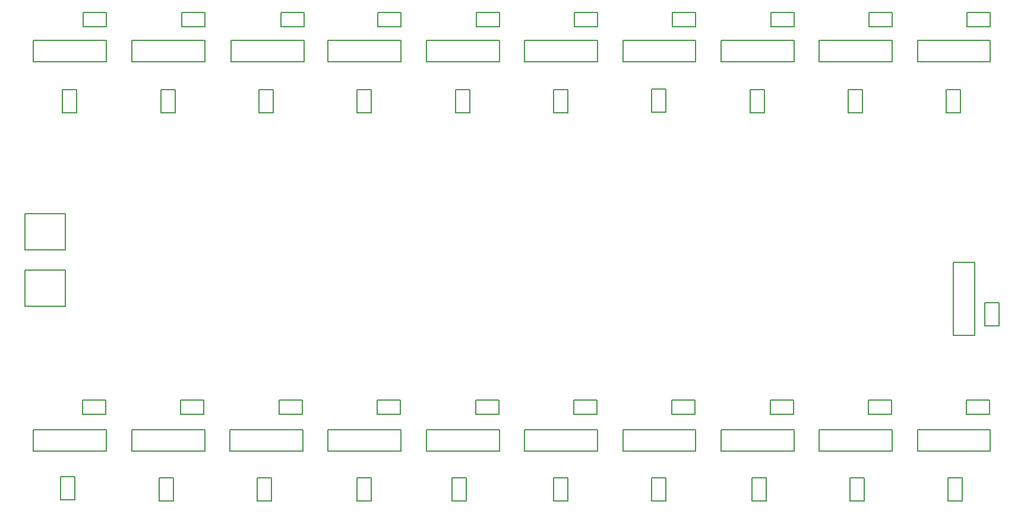
<source format=gm1>
G04*
G04 #@! TF.GenerationSoftware,Altium Limited,Altium Designer,20.0.1 (14)*
G04*
G04 Layer_Color=16711935*
%FSLAX44Y44*%
%MOMM*%
G71*
G01*
G75*
%ADD10C,0.2000*%
D10*
X61000Y846500D02*
Y898500D01*
X4000D02*
X61000D01*
X4000Y846500D02*
X61000D01*
X4000D02*
Y898500D01*
Y766300D02*
Y818300D01*
Y766300D02*
X61000D01*
X4000Y818300D02*
X61000D01*
Y766300D02*
Y818300D01*
X1380000Y1114760D02*
Y1145240D01*
X1276000D02*
X1380000D01*
X1276000Y1114760D02*
Y1145240D01*
Y1114760D02*
X1380000D01*
X1357740Y724600D02*
Y828600D01*
X1327260D02*
X1357740D01*
X1327260Y724600D02*
Y828600D01*
Y724600D02*
X1357740D01*
X1240000Y1114760D02*
Y1145240D01*
X1136000D02*
X1240000D01*
X1136000Y1114760D02*
Y1145240D01*
Y1114760D02*
X1240000D01*
X996000D02*
X1100000D01*
X996000D02*
Y1145240D01*
X1100000D01*
Y1114760D02*
Y1145240D01*
X960000Y1114760D02*
Y1145240D01*
X856000D02*
X960000D01*
X856000Y1114760D02*
Y1145240D01*
Y1114760D02*
X960000D01*
X716000D02*
X820000D01*
X716000D02*
Y1145240D01*
X820000D01*
Y1114760D02*
Y1145240D01*
X680000Y1114760D02*
Y1145240D01*
X576000D02*
X680000D01*
X576000Y1114760D02*
Y1145240D01*
Y1114760D02*
X680000D01*
X436000D02*
X540000D01*
X436000D02*
Y1145240D01*
X540000D01*
Y1114760D02*
Y1145240D01*
X401510Y1114760D02*
Y1145240D01*
X297510D02*
X401510D01*
X297510Y1114760D02*
Y1145240D01*
Y1114760D02*
X401510D01*
X156000D02*
X260000D01*
X156000D02*
Y1145240D01*
X260000D01*
Y1114760D02*
Y1145240D01*
X120000Y1114760D02*
Y1145240D01*
X16000D02*
X120000D01*
X16000Y1114760D02*
Y1145240D01*
Y1114760D02*
X120000D01*
X16000Y559760D02*
X120000D01*
X16000D02*
Y590240D01*
X120000D01*
Y559760D02*
Y590240D01*
X260000Y559760D02*
Y590240D01*
X156000D02*
X260000D01*
X156000Y559760D02*
Y590240D01*
Y559760D02*
X260000D01*
X296000D02*
X400000D01*
X296000D02*
Y590240D01*
X400000D01*
Y559760D02*
Y590240D01*
X540000Y559760D02*
Y590240D01*
X436000D02*
X540000D01*
X436000Y559760D02*
Y590240D01*
Y559760D02*
X540000D01*
X856000D02*
X960000D01*
X856000D02*
Y590240D01*
X960000D01*
Y559760D02*
Y590240D01*
X1100000Y559760D02*
Y590240D01*
X996000D02*
X1100000D01*
X996000Y559760D02*
Y590240D01*
Y559760D02*
X1100000D01*
X576000D02*
X680000D01*
X576000D02*
Y590240D01*
X680000D01*
Y559760D02*
Y590240D01*
X820000Y559760D02*
Y590240D01*
X716000D02*
X820000D01*
X716000Y559760D02*
Y590240D01*
Y559760D02*
X820000D01*
X1136000D02*
X1240000D01*
X1136000D02*
Y590240D01*
X1240000D01*
Y559760D02*
Y590240D01*
X1380000Y559760D02*
Y590240D01*
X1276000D02*
X1380000D01*
X1276000Y559760D02*
Y590240D01*
Y559760D02*
X1380000D01*
X1380000Y1164840D02*
Y1185160D01*
X1346980D02*
X1380000D01*
X1346980Y1164840D02*
Y1185160D01*
Y1164840D02*
X1380000D01*
X1392660Y738490D02*
Y771510D01*
X1372340Y738490D02*
X1392660D01*
X1372340D02*
Y771510D01*
X1392660D01*
X1240000Y1164840D02*
Y1185160D01*
X1206980D02*
X1240000D01*
X1206980Y1164840D02*
Y1185160D01*
Y1164840D02*
X1240000D01*
X1066980D02*
X1100000D01*
X1066980D02*
Y1185160D01*
X1100000D01*
Y1164840D02*
Y1185160D01*
X960000Y1164840D02*
Y1185160D01*
X926980D02*
X960000D01*
X926980Y1164840D02*
Y1185160D01*
Y1164840D02*
X960000D01*
X1337660Y1042500D02*
Y1075520D01*
X1317340Y1042500D02*
X1337660D01*
X1317340D02*
Y1075520D01*
X1337660D01*
X1177340D02*
X1197660D01*
X1177340Y1042500D02*
Y1075520D01*
Y1042500D02*
X1197660D01*
Y1075520D01*
X1057660Y1042500D02*
Y1075520D01*
X1037340Y1042500D02*
X1057660D01*
X1037340D02*
Y1075520D01*
X1057660D01*
X897340Y1076510D02*
X917660D01*
X897340Y1043490D02*
Y1076510D01*
Y1043490D02*
X917660D01*
Y1076510D01*
X786980Y1164840D02*
X820000D01*
X786980D02*
Y1185160D01*
X820000D01*
Y1164840D02*
Y1185160D01*
X680000Y1164840D02*
Y1185160D01*
X646980D02*
X680000D01*
X646980Y1164840D02*
Y1185160D01*
Y1164840D02*
X680000D01*
X506980D02*
X540000D01*
X506980D02*
Y1185160D01*
X540000D01*
Y1164840D02*
Y1185160D01*
X401510Y1164840D02*
Y1185160D01*
X368490D02*
X401510D01*
X368490Y1164840D02*
Y1185160D01*
Y1164840D02*
X401510D01*
X777660Y1042500D02*
Y1075520D01*
X757340Y1042500D02*
X777660D01*
X757340D02*
Y1075520D01*
X777660D01*
X617340D02*
X637660D01*
X617340Y1042500D02*
Y1075520D01*
Y1042500D02*
X637660D01*
Y1075520D01*
X497660Y1042500D02*
Y1075520D01*
X477340Y1042500D02*
X497660D01*
X477340D02*
Y1075520D01*
X497660D01*
X337340D02*
X357660D01*
X337340Y1042500D02*
Y1075520D01*
Y1042500D02*
X357660D01*
Y1075520D01*
X226980Y1164840D02*
X260000D01*
X226980D02*
Y1185160D01*
X260000D01*
Y1164840D02*
Y1185160D01*
X120000Y1164840D02*
Y1185160D01*
X86980D02*
X120000D01*
X86980Y1164840D02*
Y1185160D01*
Y1164840D02*
X120000D01*
X1345990Y612340D02*
X1379010D01*
X1345990D02*
Y632660D01*
X1379010D01*
Y612340D02*
Y632660D01*
X1239010Y612340D02*
Y632660D01*
X1205990D02*
X1239010D01*
X1205990Y612340D02*
Y632660D01*
Y612340D02*
X1239010D01*
X217660Y1042500D02*
Y1075520D01*
X197340Y1042500D02*
X217660D01*
X197340D02*
Y1075520D01*
X217660D01*
X57340D02*
X77660D01*
X57340Y1042500D02*
Y1075520D01*
Y1042500D02*
X77660D01*
Y1075520D01*
X1319840Y488490D02*
Y521510D01*
X1340160D01*
Y488490D02*
Y521510D01*
X1319840Y488490D02*
X1340160D01*
X1179840D02*
X1200160D01*
Y521510D01*
X1179840D02*
X1200160D01*
X1179840Y488490D02*
Y521510D01*
X785990Y612340D02*
X819010D01*
X785990D02*
Y632660D01*
X819010D01*
Y612340D02*
Y632660D01*
X679010Y612340D02*
Y632660D01*
X645990D02*
X679010D01*
X645990Y612340D02*
Y632660D01*
Y612340D02*
X679010D01*
X1065990D02*
X1099010D01*
X1065990D02*
Y632660D01*
X1099010D01*
Y612340D02*
Y632660D01*
X959010Y612340D02*
Y632660D01*
X925990D02*
X959010D01*
X925990Y612340D02*
Y632660D01*
Y612340D02*
X959010D01*
X757340Y488490D02*
Y521510D01*
X777660D01*
Y488490D02*
Y521510D01*
X757340Y488490D02*
X777660D01*
X612340D02*
X632660D01*
Y521510D01*
X612340D02*
X632660D01*
X612340Y488490D02*
Y521510D01*
X1039840Y488490D02*
Y521510D01*
X1060160D01*
Y488490D02*
Y521510D01*
X1039840Y488490D02*
X1060160D01*
X897340D02*
X917660D01*
Y521510D01*
X897340D02*
X917660D01*
X897340Y488490D02*
Y521510D01*
X505990Y612340D02*
X539010D01*
X505990D02*
Y632660D01*
X539010D01*
Y612340D02*
Y632660D01*
X399010Y612340D02*
Y632660D01*
X365990D02*
X399010D01*
X365990Y612340D02*
Y632660D01*
Y612340D02*
X399010D01*
X225990D02*
X259010D01*
X225990D02*
Y632660D01*
X259010D01*
Y612340D02*
Y632660D01*
X119010Y612340D02*
Y632660D01*
X85990D02*
X119010D01*
X85990Y612340D02*
Y632660D01*
Y612340D02*
X119010D01*
X477340Y488490D02*
Y521510D01*
X497660D01*
Y488490D02*
Y521510D01*
X477340Y488490D02*
X497660D01*
X334840D02*
X355160D01*
Y521510D01*
X334840D02*
X355160D01*
X334840Y488490D02*
Y521510D01*
X194840Y488490D02*
Y521510D01*
X215160D01*
Y488490D02*
Y521510D01*
X194840Y488490D02*
X215160D01*
X54840Y489990D02*
X75160D01*
Y523010D01*
X54840D02*
X75160D01*
X54840Y489990D02*
Y523010D01*
M02*

</source>
